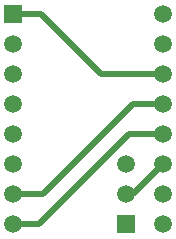
<source format=gbr>
G04 DipTrace 4.0.0.2*
G04 Top.gbr*
%MOIN*%
G04 #@! TF.FileFunction,Copper,L1,Top*
G04 #@! TF.Part,Single*
G04 #@! TA.AperFunction,Conductor*
%ADD14C,0.02*%
G04 #@! TA.AperFunction,ComponentPad*
%ADD17R,0.059055X0.059055*%
%ADD18C,0.059055*%
%ADD19R,0.059X0.059*%
%ADD20C,0.059*%
%FSLAX26Y26*%
G04*
G70*
G90*
G75*
G01*
G04 Top*
%LPD*%
X443700Y543700D2*
D14*
X543700D1*
X843700Y843700D1*
X943700D1*
X443700Y1143700D2*
X537451D1*
X737451Y943700D1*
X943700D1*
X818700Y543700D2*
X843700D1*
X943700Y643700D1*
X443700Y443700D2*
X531200D1*
X831200Y743700D1*
X943700D1*
D17*
X818700Y443700D3*
D18*
Y543700D3*
Y643700D3*
D19*
X443700Y1143700D3*
D20*
Y1043700D3*
Y943700D3*
Y843700D3*
Y743700D3*
Y643700D3*
Y543700D3*
Y443700D3*
X943700D3*
Y543700D3*
Y643700D3*
Y743700D3*
Y843700D3*
Y943700D3*
Y1043700D3*
Y1143700D3*
M02*

</source>
